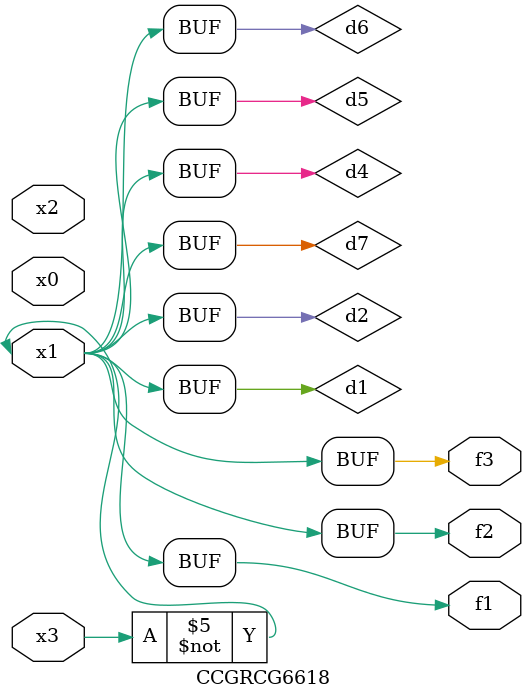
<source format=v>
module CCGRCG6618(
	input x0, x1, x2, x3,
	output f1, f2, f3
);

	wire d1, d2, d3, d4, d5, d6, d7;

	not (d1, x3);
	buf (d2, x1);
	xnor (d3, d1, d2);
	nor (d4, d1);
	buf (d5, d1, d2);
	buf (d6, d4, d5);
	nand (d7, d4);
	assign f1 = d6;
	assign f2 = d7;
	assign f3 = d6;
endmodule

</source>
